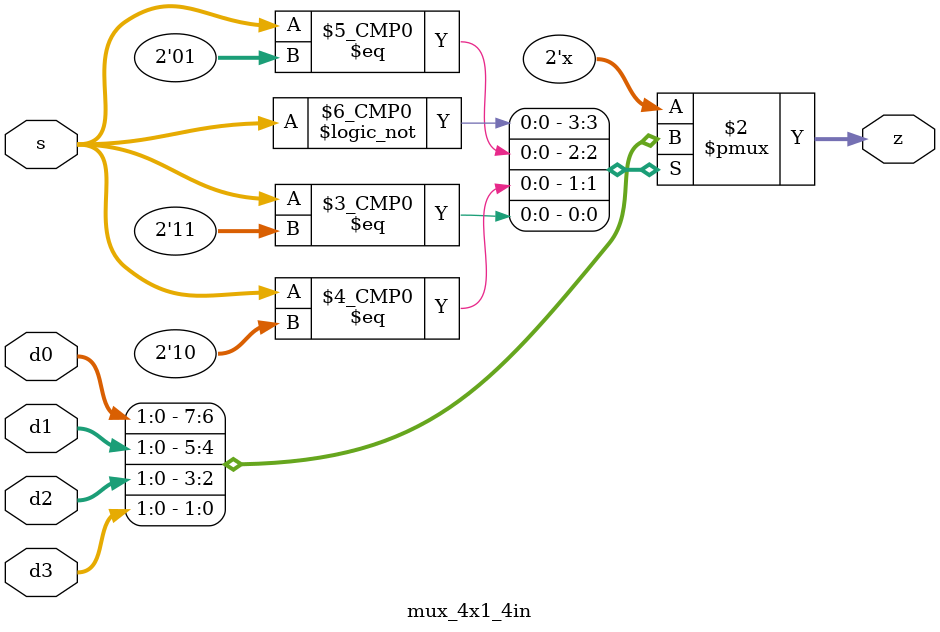
<source format=v>

module mux_4x1_4in(d0,d1,d2,d3,s,z);
input [1:0] d0;
input [1:0] d1;
input [1:0] d2;
input [1:0] d3;

input [1:0] s;

output [1:0] z;

reg [1:0] z; //°ªÀ» ÀúÀåÇÏ´Â º¯¼ö

always  @(d0,d1,d2,d3,s)
    case(s)
        2'b00: z <= d0; //00ÀÏ°æ¿ì z¿¡ i[3]°ª ´ëÀÔ
        2'b01: z <= d1;
        2'b10: z <= d2;
        2'b11: z <= d3;
        default : z <= 0;
    endcase 

endmodule

</source>
